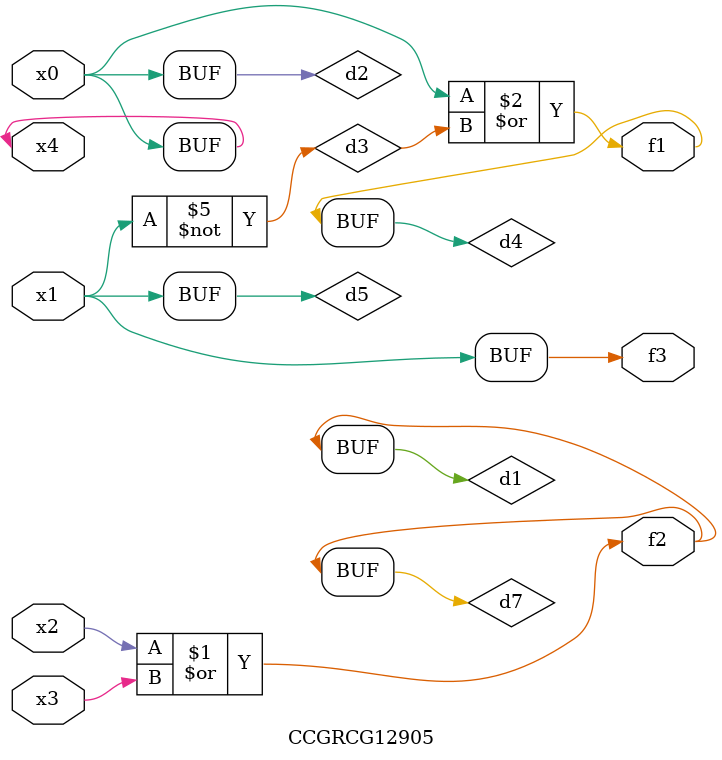
<source format=v>
module CCGRCG12905(
	input x0, x1, x2, x3, x4,
	output f1, f2, f3
);

	wire d1, d2, d3, d4, d5, d6, d7;

	or (d1, x2, x3);
	buf (d2, x0, x4);
	not (d3, x1);
	or (d4, d2, d3);
	not (d5, d3);
	nand (d6, d1, d3);
	or (d7, d1);
	assign f1 = d4;
	assign f2 = d7;
	assign f3 = d5;
endmodule

</source>
